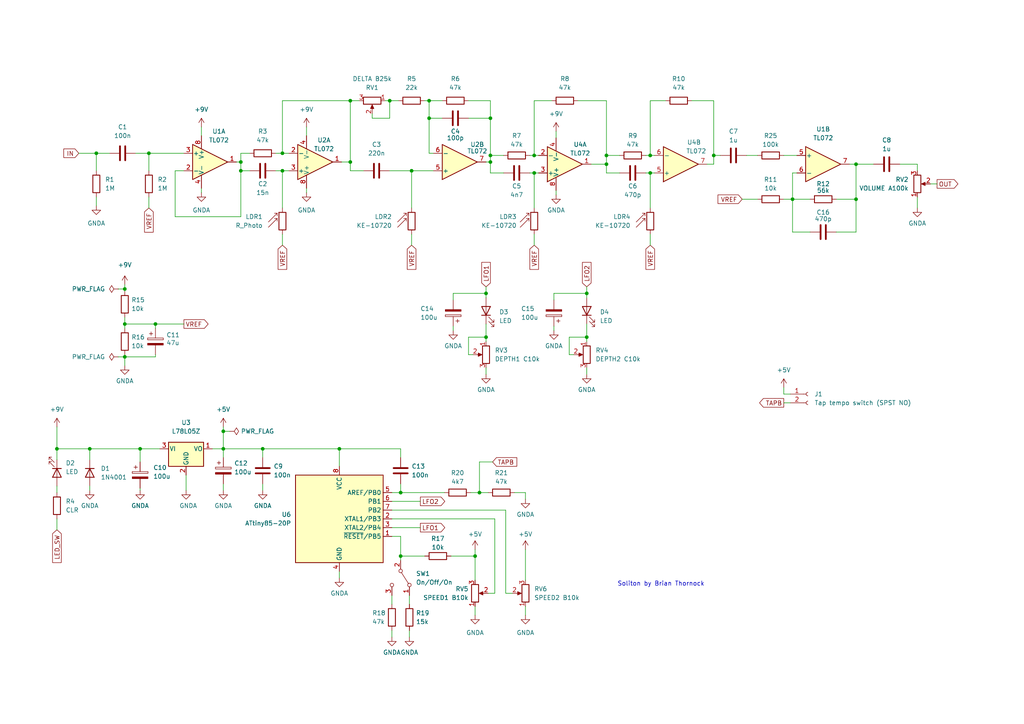
<source format=kicad_sch>
(kicad_sch (version 20211123) (generator eeschema)
  (paper "A4")
  (title_block (title "Soliton"))
  (lib_symbols
    (symbol "Amplifier_Operational:TL072" (pin_names (offset 0.127))
      (property "Reference" "U" (at 0 5.08 0))
      (property "Value" "TL072" (at 0 -5.08 0))
      (symbol "TL072_1_1"
        (polyline (pts (xy -5.08 5.08) (xy 5.08 0) (xy -5.08 -5.08) (xy -5.08 5.08)) (stroke (width 0.254)) (fill (type background)))
        (pin output line (at 7.62 0 180) (length 2.54) (name "~") (number "1"))
        (pin input line (at -7.62 -2.54 0) (length 2.54) (name "-") (number "2"))
        (pin input line (at -7.62 2.54 0) (length 2.54) (name "+") (number "3"))
      )
      (symbol "TL072_2_1"
        (polyline (pts (xy -5.08 5.08) (xy 5.08 0) (xy -5.08 -5.08) (xy -5.08 5.08)) (stroke (width 0.254)) (fill (type background)))
        (pin input line (at -7.62 2.54 0) (length 2.54) (name "+") (number "5"))
        (pin input line (at -7.62 -2.54 0) (length 2.54) (name "-") (number "6"))
        (pin output line (at 7.62 0 180) (length 2.54) (name "~") (number "7"))
      )
      (symbol "TL072_3_1"
        (pin power_in line (at -2.54 -7.62 90) (length 3.81) (name "V-") (number "4"))
        (pin power_in line (at -2.54 7.62 270) (length 3.81) (name "V+") (number "8"))
      )
    )
    (symbol "Connector:Conn_01x02_Female" (pin_names (offset 1.016) hide)
      (property "Reference" "J" (at 0 2.54 0))
      (property "Value" "Conn_01x02_Female" (at 0 -5.08 0))
      (symbol "Conn_01x02_Female_1_1"
        (arc (start 0 -2.032) (mid -0.508 -2.54) (end 0 -3.048) (stroke (width 0.1524)))
        (polyline (pts (xy -1.27 -2.54) (xy -0.508 -2.54)) (stroke (width 0.1524)))
        (polyline (pts (xy -1.27 0) (xy -0.508 0)) (stroke (width 0.1524)))
        (arc (start 0 0.508) (mid -0.508 0) (end 0 -0.508) (stroke (width 0.1524)))
        (pin passive line (at -5.08 0 0) (length 3.81) (name "Pin_1") (number "1"))
        (pin passive line (at -5.08 -2.54 0) (length 3.81) (name "Pin_2") (number "2"))
      )
    )
    (symbol "Device:C" (pin_numbers hide) (pin_names (offset 0.254))
      (property "Reference" "C" (at 0.635 2.54 0))
      (property "Value" "C" (at 0.635 -2.54 0))
      (symbol "C_0_1"
        (polyline (pts (xy -2.032 -0.762) (xy 2.032 -0.762)) (stroke (width 0.508)))
        (polyline (pts (xy -2.032 0.762) (xy 2.032 0.762)) (stroke (width 0.508)))
      )
      (symbol "C_1_1"
        (pin passive line (at 0 3.81 270) (length 2.794) (name "~") (number "1"))
        (pin passive line (at 0 -3.81 90) (length 2.794) (name "~") (number "2"))
      )
    )
    (symbol "Device:C_Polarized" (pin_numbers hide) (pin_names (offset 0.254))
      (property "Reference" "C" (at 0.635 2.54 0))
      (property "Value" "C_Polarized" (at 0.635 -2.54 0))
      (symbol "C_Polarized_0_1"
        (rectangle (start -2.286 0.508) (end 2.286 1.016))
        (polyline (pts (xy -1.778 2.286) (xy -0.762 2.286)))
        (polyline (pts (xy -1.27 2.794) (xy -1.27 1.778)))
        (rectangle (start 2.286 -0.508) (end -2.286 -1.016) (fill (type outline)))
      )
      (symbol "C_Polarized_1_1"
        (pin passive line (at 0 3.81 270) (length 2.794) (name "~") (number "1"))
        (pin passive line (at 0 -3.81 90) (length 2.794) (name "~") (number "2"))
      )
    )
    (symbol "Device:D" (pin_numbers hide) (pin_names (offset 1.016) hide)
      (property "Reference" "D" (at 0 2.54 0))
      (property "Value" "D" (at 0 -2.54 0))
      (symbol "D_0_1"
        (polyline (pts (xy -1.27 1.27) (xy -1.27 -1.27)) (stroke (width 0.254)))
        (polyline (pts (xy 1.27 0) (xy -1.27 0)))
        (polyline (pts (xy 1.27 1.27) (xy 1.27 -1.27) (xy -1.27 0) (xy 1.27 1.27)) (stroke (width 0.254)))
      )
      (symbol "D_1_1"
        (pin passive line (at -3.81 0 0) (length 2.54) (name "K") (number "1"))
        (pin passive line (at 3.81 0 180) (length 2.54) (name "A") (number "2"))
      )
    )
    (symbol "Device:LED" (pin_numbers hide) (pin_names (offset 1.016) hide)
      (property "Reference" "D" (at 0 2.54 0))
      (property "Value" "LED" (at 0 -2.54 0))
      (symbol "LED_0_1"
        (polyline (pts (xy -1.27 -1.27) (xy -1.27 1.27)) (stroke (width 0.254)))
        (polyline (pts (xy -1.27 0) (xy 1.27 0)))
        (polyline (pts (xy 1.27 -1.27) (xy 1.27 1.27) (xy -1.27 0) (xy 1.27 -1.27)) (stroke (width 0.254)))
        (polyline (pts (xy -3.048 -0.762) (xy -4.572 -2.286) (xy -3.81 -2.286) (xy -4.572 -2.286) (xy -4.572 -1.524)))
        (polyline (pts (xy -1.778 -0.762) (xy -3.302 -2.286) (xy -2.54 -2.286) (xy -3.302 -2.286) (xy -3.302 -1.524)))
      )
      (symbol "LED_1_1"
        (pin passive line (at -3.81 0 0) (length 2.54) (name "K") (number "1"))
        (pin passive line (at 3.81 0 180) (length 2.54) (name "A") (number "2"))
      )
    )
    (symbol "Device:R" (pin_numbers hide) (pin_names (offset 0))
      (property "Reference" "R" (at 2.032 0 90))
      (property "Value" "R" (at 0 0 90))
      (symbol "R_0_1"
        (rectangle (start -1.016 -2.54) (end 1.016 2.54) (stroke (width 0.254)))
      )
      (symbol "R_1_1"
        (pin passive line (at 0 3.81 270) (length 1.27) (name "~") (number "1"))
        (pin passive line (at 0 -3.81 90) (length 1.27) (name "~") (number "2"))
      )
    )
    (symbol "Device:R_Photo" (pin_numbers hide) (pin_names (offset 0))
      (property "Reference" "R" (at 1.27 1.27 0))
      (property "Value" "R_Photo" (at 1.27 0 0))
      (symbol "R_Photo_0_1"
        (rectangle (start -1.016 2.54) (end 1.016 -2.54) (stroke (width 0.254)))
        (polyline (pts (xy -1.524 -2.286) (xy -4.064 0.254)))
        (polyline (pts (xy -1.524 -2.286) (xy -2.286 -2.286)))
        (polyline (pts (xy -1.524 -2.286) (xy -1.524 -1.524)))
        (polyline (pts (xy -1.524 -0.762) (xy -4.064 1.778)))
        (polyline (pts (xy -1.524 -0.762) (xy -2.286 -0.762)))
        (polyline (pts (xy -1.524 -0.762) (xy -1.524 0)))
      )
      (symbol "R_Photo_1_1"
        (pin passive line (at 0 3.81 270) (length 1.27) (name "~") (number "1"))
        (pin passive line (at 0 -3.81 90) (length 1.27) (name "~") (number "2"))
      )
    )
    (symbol "Device:R_Potentiometer" (pin_names (offset 1.016) hide)
      (property "Reference" "RV" (at -4.445 0 90))
      (property "Value" "R_Potentiometer" (at -2.54 0 90))
      (symbol "R_Potentiometer_0_1"
        (polyline (pts (xy 2.54 0) (xy 1.524 0)))
        (polyline (pts (xy 1.143 0) (xy 2.286 0.508) (xy 2.286 -0.508) (xy 1.143 0)) (fill (type outline)))
        (rectangle (start 1.016 2.54) (end -1.016 -2.54) (stroke (width 0.254)))
      )
      (symbol "R_Potentiometer_1_1"
        (pin passive line (at 0 3.81 270) (length 1.27) (name "1") (number "1"))
        (pin passive line (at 3.81 0 180) (length 1.27) (name "2") (number "2"))
        (pin passive line (at 0 -3.81 90) (length 1.27) (name "3") (number "3"))
      )
    )
    (symbol "MCU_Microchip_ATtiny:ATtiny85-20P"
      (property "Reference" "U" (at -12.7 13.97 0))
      (property "Value" "ATtiny85-20P" (at 2.54 -13.97 0))
      (symbol "ATtiny85-20P_0_1"
        (rectangle (start -12.7 -12.7) (end 12.7 12.7) (stroke (width 0.254)) (fill (type background)))
      )
      (symbol "ATtiny85-20P_1_1"
        (pin bidirectional line (at 15.24 -5.08 180) (length 2.54) (name "~{RESET}/PB5") (number "1"))
        (pin bidirectional line (at 15.24 0 180) (length 2.54) (name "XTAL1/PB3") (number "2"))
        (pin bidirectional line (at 15.24 -2.54 180) (length 2.54) (name "XTAL2/PB4") (number "3"))
        (pin power_in line (at 0 -15.24 90) (length 2.54) (name "GND") (number "4"))
        (pin bidirectional line (at 15.24 7.62 180) (length 2.54) (name "AREF/PB0") (number "5"))
        (pin bidirectional line (at 15.24 5.08 180) (length 2.54) (name "PB1") (number "6"))
        (pin bidirectional line (at 15.24 2.54 180) (length 2.54) (name "PB2") (number "7"))
        (pin power_in line (at 0 15.24 270) (length 2.54) (name "VCC") (number "8"))
      )
    )
    (symbol "Regulator_Linear:L78L05_TO92" (pin_names (offset 0.254))
      (property "Reference" "U" (at -3.81 3.175 0))
      (property "Value" "L78L05_TO92" (at 0 3.175 0))
      (symbol "L78L05_TO92_0_1"
        (rectangle (start -5.08 -5.08) (end 5.08 1.905) (stroke (width 0.254)) (fill (type background)))
      )
      (symbol "L78L05_TO92_1_1"
        (pin power_out line (at 7.62 0 180) (length 2.54) (name "VO") (number "1"))
        (pin power_in line (at 0 -7.62 90) (length 2.54) (name "GND") (number "2"))
        (pin power_in line (at -7.62 0 0) (length 2.54) (name "VI") (number "3"))
      )
    )
    (symbol "Switch:SW_SPDT" (pin_names (offset 0) hide)
      (property "Reference" "SW" (at 0 4.318 0))
      (property "Value" "SW_SPDT" (at 0 -5.08 0))
      (symbol "SW_SPDT_0_0"
        (circle (center -2.032 0) (radius 0.508))
        (circle (center 2.032 -2.54) (radius 0.508))
      )
      (symbol "SW_SPDT_0_1"
        (polyline (pts (xy -1.524 0.254) (xy 1.651 2.286)))
        (circle (center 2.032 2.54) (radius 0.508))
      )
      (symbol "SW_SPDT_1_1"
        (pin passive line (at 5.08 2.54 180) (length 2.54) (name "A") (number "1"))
        (pin passive line (at -5.08 0 0) (length 2.54) (name "B") (number "2"))
        (pin passive line (at 5.08 -2.54 180) (length 2.54) (name "C") (number "3"))
      )
    )
    (symbol "power:+5V" (power) (pin_names (offset 0))
      (property "Value" "+5V" (at 0 3.556 0))
      (symbol "+5V_0_1"
        (polyline (pts (xy -0.762 1.27) (xy 0 2.54)))
        (polyline (pts (xy 0 0) (xy 0 2.54)))
        (polyline (pts (xy 0 2.54) (xy 0.762 1.27)))
      )
      (symbol "+5V_1_1"
        (pin power_in line (at 0 0 90) (length 0) hide (name "+5V") (number "1"))
      )
    )
    (symbol "power:+9V" (power) (pin_names (offset 0))
      (property "Value" "+9V" (at 0 3.556 0))
      (symbol "+9V_0_1"
        (polyline (pts (xy -0.762 1.27) (xy 0 2.54)))
        (polyline (pts (xy 0 0) (xy 0 2.54)))
        (polyline (pts (xy 0 2.54) (xy 0.762 1.27)))
      )
      (symbol "+9V_1_1"
        (pin power_in line (at 0 0 90) (length 0) hide (name "+9V") (number "1"))
      )
    )
    (symbol "power:GNDA" (power) (pin_names (offset 0))
      (property "Value" "GNDA" (at 0 -3.81 0))
      (symbol "GNDA_0_1"
        (polyline (pts (xy 0 0) (xy 0 -1.27) (xy 1.27 -1.27) (xy 0 -2.54) (xy -1.27 -1.27) (xy 0 -1.27)))
      )
      (symbol "GNDA_1_1"
        (pin power_in line (at 0 0 270) (length 0) hide (name "GNDA") (number "1"))
      )
    )
    (symbol "power:PWR_FLAG" (power) (pin_numbers hide) (pin_names (offset 0) hide)
      (property "Value" "PWR_FLAG" (at 0 3.81 0))
      (symbol "PWR_FLAG_0_0"
        (pin power_out line (at 0 0 90) (length 0) (name "pwr") (number "1"))
      )
      (symbol "PWR_FLAG_0_1"
        (polyline (pts (xy 0 0) (xy 0 1.27) (xy -1.016 1.905) (xy 0 2.54) (xy 1.016 1.905) (xy 0 1.27)))
      )
    )
  )
  (junction (at 229.87 57.785))
  (junction (at 175.895 47.625))
  (junction (at 188.595 45.085))
  (junction (at 101.6 29.21))
  (junction (at 140.97 85.09))
  (junction (at 139.065 142.875))
  (junction (at 124.46 29.21))
  (junction (at 119.38 49.53))
  (junction (at 64.77 130.175))
  (junction (at 248.285 47.625))
  (junction (at 76.2 130.175))
  (junction (at 248.285 57.785))
  (junction (at 170.18 85.09))
  (junction (at 16.51 130.175))
  (junction (at 142.24 34.29))
  (junction (at 116.205 161.29))
  (junction (at 98.425 130.175))
  (junction (at 69.85 46.99))
  (junction (at 116.205 142.875))
  (junction (at 207.01 45.085))
  (junction (at 154.94 50.165))
  (junction (at 175.895 45.085))
  (junction (at 113.03 29.21))
  (junction (at 137.795 161.29))
  (junction (at 124.46 34.29))
  (junction (at 27.94 44.45))
  (junction (at 81.915 49.53))
  (junction (at 140.97 97.79))
  (junction (at 43.18 44.45))
  (junction (at 45.085 93.98))
  (junction (at 188.595 50.165))
  (junction (at 36.195 103.505))
  (junction (at 81.915 44.45))
  (junction (at 36.195 83.82))
  (junction (at 69.85 49.53))
  (junction (at 142.24 46.99))
  (junction (at 64.77 125.095))
  (junction (at 170.18 97.79))
  (junction (at 142.24 45.085))
  (junction (at 154.94 45.085))
  (junction (at 40.64 130.175))
  (junction (at 101.6 46.99))
  (junction (at 36.195 93.98))
  (junction (at 26.035 130.175))
  (wire (pts (xy 81.915 49.53) (xy 83.82 49.53)))
  (wire (pts (xy 113.665 147.955) (xy 146.685 147.955)))
  (wire (pts (xy 124.46 29.21) (xy 128.27 29.21)))
  (wire (pts (xy 36.195 102.87) (xy 36.195 103.505)))
  (wire (pts (xy 69.85 46.99) (xy 69.85 44.45)))
  (wire (pts (xy 36.195 83.82) (xy 36.195 84.455)))
  (wire (pts (xy 153.67 45.085) (xy 154.94 45.085)))
  (wire (pts (xy 171.45 47.625) (xy 175.895 47.625)))
  (wire (pts (xy 64.77 140.335) (xy 64.77 142.24)))
  (wire (pts (xy 64.77 125.095) (xy 64.77 130.175)))
  (wire (pts (xy 188.595 67.945) (xy 188.595 71.12)))
  (wire (pts (xy 135.89 97.79) (xy 140.97 97.79)))
  (wire (pts (xy 69.85 62.865) (xy 69.85 49.53)))
  (wire (pts (xy 136.525 142.875) (xy 139.065 142.875)))
  (wire (pts (xy 98.425 130.175) (xy 76.2 130.175)))
  (wire (pts (xy 131.445 86.995) (xy 131.445 85.09)))
  (wire (pts (xy 137.16 102.87) (xy 135.89 102.87)))
  (wire (pts (xy 229.87 57.785) (xy 229.87 50.165)))
  (wire (pts (xy 125.73 44.45) (xy 124.46 44.45)))
  (wire (pts (xy 188.595 29.21) (xy 188.595 45.085)))
  (wire (pts (xy 153.67 50.165) (xy 154.94 50.165)))
  (wire (pts (xy 266.065 49.53) (xy 266.065 47.625)))
  (wire (pts (xy 36.195 93.98) (xy 36.195 92.075)))
  (wire (pts (xy 34.29 103.505) (xy 36.195 103.505)))
  (wire (pts (xy 143.51 150.495) (xy 113.665 150.495)))
  (wire (pts (xy 175.895 45.085) (xy 179.705 45.085)))
  (wire (pts (xy 105.41 49.53) (xy 101.6 49.53)))
  (wire (pts (xy 141.605 172.085) (xy 143.51 172.085)))
  (wire (pts (xy 116.205 142.875) (xy 116.205 140.335)))
  (wire (pts (xy 227.33 45.085) (xy 231.14 45.085)))
  (wire (pts (xy 124.46 44.45) (xy 124.46 34.29)))
  (wire (pts (xy 116.205 161.29) (xy 123.19 161.29)))
  (wire (pts (xy 193.04 29.21) (xy 188.595 29.21)))
  (wire (pts (xy 116.205 161.29) (xy 116.205 162.56)))
  (wire (pts (xy 187.325 45.085) (xy 188.595 45.085)))
  (wire (pts (xy 248.285 47.625) (xy 246.38 47.625)))
  (wire (pts (xy 229.87 67.31) (xy 229.87 57.785)))
  (wire (pts (xy 142.24 29.21) (xy 135.89 29.21)))
  (wire (pts (xy 142.24 34.29) (xy 142.24 29.21)))
  (wire (pts (xy 165.1 102.87) (xy 165.1 97.79)))
  (wire (pts (xy 170.18 85.09) (xy 170.18 86.36)))
  (wire (pts (xy 116.205 130.175) (xy 98.425 130.175)))
  (wire (pts (xy 40.64 141.605) (xy 40.64 142.24)))
  (wire (pts (xy 139.065 142.875) (xy 141.605 142.875)))
  (wire (pts (xy 34.29 83.82) (xy 36.195 83.82)))
  (wire (pts (xy 142.24 50.165) (xy 142.24 46.99)))
  (wire (pts (xy 139.065 133.985) (xy 139.065 142.875)))
  (wire (pts (xy 26.035 130.175) (xy 40.64 130.175)))
  (wire (pts (xy 101.6 46.99) (xy 99.06 46.99)))
  (wire (pts (xy 187.325 50.165) (xy 188.595 50.165)))
  (wire (pts (xy 101.6 29.21) (xy 104.14 29.21)))
  (wire (pts (xy 161.29 38.1) (xy 161.29 40.005)))
  (wire (pts (xy 40.64 130.175) (xy 40.64 133.985)))
  (wire (pts (xy 154.94 29.21) (xy 154.94 45.085)))
  (wire (pts (xy 170.18 93.98) (xy 170.18 97.79)))
  (wire (pts (xy 216.535 45.085) (xy 219.71 45.085)))
  (wire (pts (xy 207.01 29.21) (xy 207.01 45.085)))
  (wire (pts (xy 248.285 57.785) (xy 248.285 47.625)))
  (wire (pts (xy 160.655 94.615) (xy 160.655 95.885)))
  (wire (pts (xy 98.425 135.255) (xy 98.425 130.175)))
  (wire (pts (xy 27.94 44.45) (xy 31.75 44.45)))
  (wire (pts (xy 143.51 172.085) (xy 143.51 150.495)))
  (wire (pts (xy 140.97 97.79) (xy 140.97 99.06)))
  (wire (pts (xy 50.8 49.53) (xy 50.8 62.865)))
  (wire (pts (xy 36.195 82.55) (xy 36.195 83.82)))
  (wire (pts (xy 27.94 49.53) (xy 27.94 44.45)))
  (wire (pts (xy 207.01 45.085) (xy 207.01 47.625)))
  (wire (pts (xy 81.915 67.945) (xy 81.915 71.12)))
  (wire (pts (xy 26.035 140.97) (xy 26.035 142.24)))
  (wire (pts (xy 188.595 45.085) (xy 189.865 45.085)))
  (wire (pts (xy 170.18 106.68) (xy 170.18 108.585)))
  (wire (pts (xy 36.195 93.98) (xy 36.195 95.25)))
  (wire (pts (xy 234.95 67.31) (xy 229.87 67.31)))
  (wire (pts (xy 124.46 34.29) (xy 124.46 29.21)))
  (wire (pts (xy 137.795 175.895) (xy 137.795 178.435)))
  (wire (pts (xy 152.4 159.385) (xy 152.4 168.275)))
  (wire (pts (xy 165.1 97.79) (xy 170.18 97.79)))
  (wire (pts (xy 27.94 57.15) (xy 27.94 59.69)))
  (wire (pts (xy 140.97 106.68) (xy 140.97 108.585)))
  (wire (pts (xy 58.42 54.61) (xy 58.42 55.88)))
  (wire (pts (xy 248.285 67.31) (xy 248.285 57.785)))
  (wire (pts (xy 154.94 50.165) (xy 154.94 60.325)))
  (wire (pts (xy 53.34 93.98) (xy 45.085 93.98)))
  (wire (pts (xy 140.97 83.185) (xy 140.97 85.09)))
  (wire (pts (xy 53.34 49.53) (xy 50.8 49.53)))
  (wire (pts (xy 43.18 44.45) (xy 39.37 44.45)))
  (wire (pts (xy 76.2 140.335) (xy 76.2 142.24)))
  (wire (pts (xy 215.265 57.785) (xy 219.71 57.785)))
  (wire (pts (xy 227.33 112.395) (xy 227.33 114.3)))
  (wire (pts (xy 160.655 85.09) (xy 170.18 85.09)))
  (wire (pts (xy 81.915 44.45) (xy 83.82 44.45)))
  (wire (pts (xy 148.59 172.085) (xy 146.685 172.085)))
  (wire (pts (xy 160.655 86.995) (xy 160.655 85.09)))
  (wire (pts (xy 16.51 150.495) (xy 16.51 153.67)))
  (wire (pts (xy 167.64 29.21) (xy 175.895 29.21)))
  (wire (pts (xy 137.795 161.29) (xy 137.795 168.275)))
  (wire (pts (xy 154.94 67.945) (xy 154.94 71.12)))
  (wire (pts (xy 116.205 155.575) (xy 116.205 161.29)))
  (wire (pts (xy 119.38 67.945) (xy 119.38 71.12)))
  (wire (pts (xy 43.18 44.45) (xy 53.34 44.45)))
  (wire (pts (xy 130.81 161.29) (xy 137.795 161.29)))
  (wire (pts (xy 113.665 182.88) (xy 113.665 184.785)))
  (wire (pts (xy 207.01 47.625) (xy 205.105 47.625)))
  (wire (pts (xy 98.425 165.735) (xy 98.425 167.64)))
  (wire (pts (xy 43.18 57.15) (xy 43.18 60.325)))
  (wire (pts (xy 36.195 103.505) (xy 36.195 106.045)))
  (wire (pts (xy 107.95 34.29) (xy 113.03 34.29)))
  (wire (pts (xy 116.205 132.715) (xy 116.205 130.175)))
  (wire (pts (xy 50.8 62.865) (xy 69.85 62.865)))
  (wire (pts (xy 208.915 45.085) (xy 207.01 45.085)))
  (wire (pts (xy 113.665 172.72) (xy 113.665 175.26)))
  (wire (pts (xy 123.19 29.21) (xy 124.46 29.21)))
  (wire (pts (xy 248.285 47.625) (xy 253.365 47.625)))
  (wire (pts (xy 118.745 172.72) (xy 118.745 175.26)))
  (wire (pts (xy 170.18 97.79) (xy 170.18 99.06)))
  (wire (pts (xy 146.685 147.955) (xy 146.685 172.085)))
  (wire (pts (xy 16.51 130.175) (xy 26.035 130.175)))
  (wire (pts (xy 88.9 54.61) (xy 88.9 55.88)))
  (wire (pts (xy 140.97 85.09) (xy 140.97 86.36)))
  (wire (pts (xy 135.89 34.29) (xy 142.24 34.29)))
  (wire (pts (xy 137.795 159.385) (xy 137.795 161.29)))
  (wire (pts (xy 27.94 44.45) (xy 22.86 44.45)))
  (wire (pts (xy 45.085 102.87) (xy 45.085 103.505)))
  (wire (pts (xy 160.02 29.21) (xy 154.94 29.21)))
  (wire (pts (xy 16.51 123.825) (xy 16.51 130.175)))
  (wire (pts (xy 131.445 94.615) (xy 131.445 95.885)))
  (wire (pts (xy 152.4 142.875) (xy 149.225 142.875)))
  (wire (pts (xy 76.2 130.175) (xy 64.77 130.175)))
  (wire (pts (xy 64.77 125.095) (xy 66.675 125.095)))
  (wire (pts (xy 101.6 29.21) (xy 101.6 46.99)))
  (wire (pts (xy 119.38 49.53) (xy 125.73 49.53)))
  (wire (pts (xy 161.29 55.245) (xy 161.29 56.515)))
  (wire (pts (xy 119.38 49.53) (xy 119.38 60.325)))
  (wire (pts (xy 26.035 130.175) (xy 26.035 133.35)))
  (wire (pts (xy 152.4 175.895) (xy 152.4 178.435)))
  (wire (pts (xy 266.065 47.625) (xy 260.985 47.625)))
  (wire (pts (xy 16.51 130.175) (xy 16.51 133.35)))
  (wire (pts (xy 266.065 57.15) (xy 266.065 60.325)))
  (wire (pts (xy 142.24 45.085) (xy 146.05 45.085)))
  (wire (pts (xy 81.915 29.21) (xy 101.6 29.21)))
  (wire (pts (xy 80.01 49.53) (xy 81.915 49.53)))
  (wire (pts (xy 154.94 45.085) (xy 156.21 45.085)))
  (wire (pts (xy 64.77 123.825) (xy 64.77 125.095)))
  (wire (pts (xy 101.6 49.53) (xy 101.6 46.99)))
  (wire (pts (xy 269.875 53.34) (xy 271.78 53.34)))
  (wire (pts (xy 113.665 145.415) (xy 121.92 145.415)))
  (wire (pts (xy 146.05 50.165) (xy 142.24 50.165)))
  (wire (pts (xy 188.595 50.165) (xy 188.595 60.325)))
  (wire (pts (xy 179.705 50.165) (xy 175.895 50.165)))
  (wire (pts (xy 81.915 44.45) (xy 81.915 29.21)))
  (wire (pts (xy 116.205 155.575) (xy 113.665 155.575)))
  (wire (pts (xy 152.4 144.78) (xy 152.4 142.875)))
  (wire (pts (xy 170.18 83.185) (xy 170.18 85.09)))
  (wire (pts (xy 43.18 49.53) (xy 43.18 44.45)))
  (wire (pts (xy 69.85 49.53) (xy 69.85 46.99)))
  (wire (pts (xy 69.85 44.45) (xy 72.39 44.45)))
  (wire (pts (xy 81.915 49.53) (xy 81.915 60.325)))
  (wire (pts (xy 142.24 46.99) (xy 140.97 46.99)))
  (wire (pts (xy 69.85 49.53) (xy 72.39 49.53)))
  (wire (pts (xy 116.205 142.875) (xy 128.905 142.875)))
  (wire (pts (xy 76.2 130.175) (xy 76.2 132.715)))
  (wire (pts (xy 107.95 33.02) (xy 107.95 34.29)))
  (wire (pts (xy 16.51 140.97) (xy 16.51 142.875)))
  (wire (pts (xy 68.58 46.99) (xy 69.85 46.99)))
  (wire (pts (xy 175.895 29.21) (xy 175.895 45.085)))
  (wire (pts (xy 131.445 85.09) (xy 140.97 85.09)))
  (wire (pts (xy 113.03 49.53) (xy 119.38 49.53)))
  (wire (pts (xy 175.895 45.085) (xy 175.895 47.625)))
  (wire (pts (xy 113.665 142.875) (xy 116.205 142.875)))
  (wire (pts (xy 118.745 182.88) (xy 118.745 184.785)))
  (wire (pts (xy 113.03 34.29) (xy 113.03 29.21)))
  (wire (pts (xy 188.595 50.165) (xy 189.865 50.165)))
  (wire (pts (xy 140.97 93.98) (xy 140.97 97.79)))
  (wire (pts (xy 53.975 137.795) (xy 53.975 142.24)))
  (wire (pts (xy 227.33 116.84) (xy 229.235 116.84)))
  (wire (pts (xy 88.9 36.83) (xy 88.9 39.37)))
  (wire (pts (xy 46.355 130.175) (xy 40.64 130.175)))
  (wire (pts (xy 135.89 102.87) (xy 135.89 97.79)))
  (wire (pts (xy 113.03 29.21) (xy 115.57 29.21)))
  (wire (pts (xy 45.085 103.505) (xy 36.195 103.505)))
  (wire (pts (xy 200.66 29.21) (xy 207.01 29.21)))
  (wire (pts (xy 229.87 50.165) (xy 231.14 50.165)))
  (wire (pts (xy 166.37 102.87) (xy 165.1 102.87)))
  (wire (pts (xy 242.57 67.31) (xy 248.285 67.31)))
  (wire (pts (xy 80.01 44.45) (xy 81.915 44.45)))
  (wire (pts (xy 142.875 133.985) (xy 139.065 133.985)))
  (wire (pts (xy 64.77 132.715) (xy 64.77 130.175)))
  (wire (pts (xy 142.24 34.29) (xy 142.24 45.085)))
  (wire (pts (xy 227.33 57.785) (xy 229.87 57.785)))
  (wire (pts (xy 64.77 130.175) (xy 61.595 130.175)))
  (wire (pts (xy 142.24 45.085) (xy 142.24 46.99)))
  (wire (pts (xy 111.76 29.21) (xy 113.03 29.21)))
  (wire (pts (xy 227.33 114.3) (xy 229.235 114.3)))
  (wire (pts (xy 242.57 57.785) (xy 248.285 57.785)))
  (wire (pts (xy 154.94 50.165) (xy 156.21 50.165)))
  (wire (pts (xy 175.895 47.625) (xy 175.895 50.165)))
  (wire (pts (xy 58.42 36.83) (xy 58.42 39.37)))
  (wire (pts (xy 113.665 153.035) (xy 121.92 153.035)))
  (wire (pts (xy 45.085 95.25) (xy 45.085 93.98)))
  (wire (pts (xy 45.085 93.98) (xy 36.195 93.98)))
  (wire (pts (xy 124.46 34.29) (xy 128.27 34.29)))
  (wire (pts (xy 234.95 57.785) (xy 229.87 57.785)))
  (text "Soliton by Brian Thornock" (at 179.07 170.18 0) (effects (font (size 1.27 1.27)) (justify left bottom)))
  (global_label "VREF" (shape input) (at 154.94 71.12 270) (property "Intersheet References" "${INTERSHEET_REFS}" (effects hide)))
  (global_label "LED_SW" (shape input) (at 16.51 153.67 270) (property "Intersheet References" "${INTERSHEET_REFS}" (effects hide)))
  (global_label "VREF" (shape input) (at 188.595 71.12 270) (property "Intersheet References" "${INTERSHEET_REFS}" (effects hide)))
  (global_label "VREF" (shape input) (at 119.38 71.12 270) (property "Intersheet References" "${INTERSHEET_REFS}" (effects hide)))
  (global_label "OUT" (shape output) (at 271.78 53.34 0) (property "Intersheet References" "${INTERSHEET_REFS}" (effects hide)))
  (global_label "LFO1" (shape input) (at 140.97 83.185 90) (property "Intersheet References" "${INTERSHEET_REFS}" (effects hide)))
  (global_label "VREF" (shape output) (at 53.34 93.98 0) (property "Intersheet References" "${INTERSHEET_REFS}" (effects hide)))
  (global_label "VREF" (shape input) (at 43.18 60.325 270) (property "Intersheet References" "${INTERSHEET_REFS}" (effects hide)))
  (global_label "VREF" (shape input) (at 215.265 57.785 180) (property "Intersheet References" "${INTERSHEET_REFS}" (effects hide)))
  (global_label "IN" (shape input) (at 22.86 44.45 180) (property "Intersheet References" "${INTERSHEET_REFS}" (effects hide)))
  (global_label "LFO2" (shape output) (at 121.92 145.415 0) (property "Intersheet References" "${INTERSHEET_REFS}" (effects hide)))
  (global_label "LFO2" (shape input) (at 170.18 83.185 90) (property "Intersheet References" "${INTERSHEET_REFS}" (effects hide)))
  (global_label "TAPB" (shape input) (at 142.875 133.985 0) (property "Intersheet References" "${INTERSHEET_REFS}" (effects hide)))
  (global_label "TAPB" (shape output) (at 227.33 116.84 180) (property "Intersheet References" "${INTERSHEET_REFS}" (effects hide)))
  (global_label "VREF" (shape input) (at 81.915 71.12 270) (property "Intersheet References" "${INTERSHEET_REFS}" (effects hide)))
  (global_label "LFO1" (shape output) (at 121.92 153.035 0) (property "Intersheet References" "${INTERSHEET_REFS}" (effects hide)))
  (symbol (lib_id "power:+9V") (at 88.9 36.83 0) (unit 1)
    (property "Reference" "#PWR013" (effects hide))
    (property "Value" "+9V" (at 88.9 31.75 0))
  )
  (symbol (lib_id "power:+5V") (at 152.4 159.385 0) (unit 1)
    (property "Reference" "#PWR023" (effects hide))
    (property "Value" "+5V" (at 152.4 154.94 0))
  )
  (symbol (lib_id "Device:C_Polarized") (at 40.64 137.795 0) (unit 1)
    (property "Reference" "C10" (at 44.45 135.6359 0) (effects (justify left)))
    (property "Value" "100u" (at 44.45 138.1759 0) (effects (justify left)))
  )
  (symbol (lib_id "Device:C_Polarized") (at 160.655 90.805 180) (unit 1)
    (property "Reference" "C15" (at 151.13 89.535 0) (effects (justify right)))
    (property "Value" "100u" (at 151.13 92.075 0) (effects (justify right)))
  )
  (symbol (lib_id "Device:R_Potentiometer") (at 140.97 102.87 0) (mirror y) (unit 1)
    (property "Reference" "RV3" (at 143.51 101.5999 0) (effects (justify right)))
    (property "Value" "DEPTH1 C10k" (at 143.51 104.1399 0) (effects (justify right)))
  )
  (symbol (lib_id "power:GNDA") (at 113.665 184.785 0) (unit 1)
    (property "Reference" "#PWR016" (effects hide))
    (property "Value" "GNDA" (at 113.665 189.23 0))
  )
  (symbol (lib_id "power:GNDA") (at 98.425 167.64 0) (unit 1)
    (property "Reference" "#PWR015" (effects hide))
    (property "Value" "GNDA" (at 98.425 172.085 0))
  )
  (symbol (lib_id "Device:R") (at 119.38 29.21 90) (unit 1)
    (property "Reference" "R5" (at 119.38 22.86 90))
    (property "Value" "22k" (at 119.38 25.4 90))
  )
  (symbol (lib_id "power:GNDA") (at 266.065 60.325 0) (unit 1)
    (property "Reference" "#PWR030" (effects hide))
    (property "Value" "GNDA" (at 266.065 64.77 0))
  )
  (symbol (lib_id "Regulator_Linear:L78L05_TO92") (at 53.975 130.175 0) (unit 1)
    (property "Reference" "U3" (at 53.975 122.555 0))
    (property "Value" "L78L05Z" (at 53.975 125.095 0))
    (property "Footprint" "Package_TO_SOT_THT:TO-92_Inline" (effects hide))
    (property "Datasheet" "http://www.st.com/content/ccc/resource/technical/document/datasheet/15/55/e5/aa/23/5b/43/fd/CD00000446.pdf/files/CD00000446.pdf/jcr:content/translations/en.CD00000446.pdf" (effects hide))
  )
  (symbol (lib_id "Device:R") (at 127 161.29 90) (unit 1)
    (property "Reference" "R17" (at 127 156.21 90))
    (property "Value" "10k" (at 127 158.75 90))
  )
  (symbol (lib_id "Device:R") (at 223.52 57.785 90) (unit 1)
    (property "Reference" "R11" (at 223.52 52.07 90))
    (property "Value" "10k" (at 223.52 54.61 90))
  )
  (symbol (lib_id "power:GNDA") (at 170.18 108.585 0) (unit 1)
    (property "Reference" "#PWR028" (effects hide))
    (property "Value" "GNDA" (at 170.18 113.03 0))
  )
  (symbol (lib_id "Device:C") (at 76.2 49.53 270) (unit 1)
    (property "Reference" "C2" (at 76.2 53.34 90))
    (property "Value" "15n" (at 76.2 55.88 90))
  )
  (symbol (lib_id "Device:R_Potentiometer") (at 152.4 172.085 180) (unit 1)
    (property "Reference" "RV6" (at 154.94 170.8149 0) (effects (justify right)))
    (property "Value" "SPEED2 B10k" (at 154.94 173.3549 0) (effects (justify right)))
  )
  (symbol (lib_id "power:GNDA") (at 53.975 142.24 0) (unit 1)
    (property "Reference" "#PWR07" (effects hide))
    (property "Value" "GNDA" (at 54.61 146.685 0))
  )
  (symbol (lib_id "power:GNDA") (at 27.94 59.69 0) (unit 1)
    (property "Reference" "#PWR03" (effects hide))
    (property "Value" "GNDA" (at 27.94 64.77 0))
  )
  (symbol (lib_id "Device:R_Potentiometer") (at 107.95 29.21 270) (unit 1)
    (property "Reference" "RV1" (at 107.95 25.4 90))
    (property "Value" "DELTA B25k" (at 107.95 22.86 90))
  )
  (symbol (lib_id "Device:R") (at 145.415 142.875 90) (unit 1)
    (property "Reference" "R21" (at 145.415 137.16 90))
    (property "Value" "47k" (at 145.415 139.7 90))
  )
  (symbol (lib_id "Device:D") (at 26.035 137.16 270) (unit 1)
    (property "Reference" "D1" (at 29.21 135.8899 90) (effects (justify left)))
    (property "Value" "1N4001" (at 29.21 138.4299 90) (effects (justify left)))
  )
  (symbol (lib_id "power:GNDA") (at 40.64 142.24 0) (unit 1)
    (property "Reference" "#PWR06" (effects hide))
    (property "Value" "GNDA" (at 40.64 146.685 0))
  )
  (symbol (lib_id "power:GNDA") (at 118.745 184.785 0) (unit 1)
    (property "Reference" "#PWR017" (effects hide))
    (property "Value" "GNDA" (at 118.745 189.23 0))
  )
  (symbol (lib_id "Device:R") (at 113.665 179.07 0) (unit 1)
    (property "Reference" "R18" (at 107.95 177.8 0) (effects (justify left)))
    (property "Value" "47k" (at 107.95 180.34 0) (effects (justify left)))
  )
  (symbol (lib_id "Amplifier_Operational:TL072") (at 91.44 46.99 0) (mirror x) (unit 3)
    (property "Reference" "U2" (effects hide))
    (property "Value" "TL072" (effects hide))
    (property "Datasheet" "http://www.ti.com/lit/ds/symlink/tl071.pdf" (effects hide))
  )
  (symbol (lib_id "Device:R") (at 238.76 57.785 90) (unit 1)
    (property "Reference" "R12" (at 238.76 53.34 90))
    (property "Value" "56k" (at 238.76 55.245 90))
  )
  (symbol (lib_id "power:PWR_FLAG") (at 34.29 83.82 90) (unit 1)
    (property "Reference" "#FLG?" (effects hide))
    (property "Value" "PWR_FLAG" (at 30.48 83.8199 90) (effects (justify left)))
  )
  (symbol (lib_id "Device:LED") (at 140.97 90.17 90) (unit 1)
    (property "Reference" "D3" (at 144.78 90.4874 90) (effects (justify right)))
    (property "Value" "LED" (at 144.78 93.0274 90) (effects (justify right)))
  )
  (symbol (lib_id "Device:R") (at 132.08 29.21 90) (unit 1)
    (property "Reference" "R6" (at 132.08 22.86 90))
    (property "Value" "47k" (at 132.08 25.4 90))
  )
  (symbol (lib_id "Device:R") (at 163.83 29.21 90) (unit 1)
    (property "Reference" "R8" (at 163.83 22.86 90))
    (property "Value" "47k" (at 163.83 25.4 90))
  )
  (symbol (lib_id "Device:C_Polarized") (at 131.445 90.805 180) (unit 1)
    (property "Reference" "C14" (at 121.92 89.535 0) (effects (justify right)))
    (property "Value" "100u" (at 121.92 92.075 0) (effects (justify right)))
  )
  (symbol (lib_id "power:GNDA") (at 88.9 55.88 0) (unit 1)
    (property "Reference" "#PWR014" (effects hide))
    (property "Value" "GNDA" (at 88.9 60.96 0))
  )
  (symbol (lib_id "power:+9V") (at 16.51 123.825 0) (unit 1)
    (property "Reference" "#PWR01" (effects hide))
    (property "Value" "+9V" (at 16.51 118.745 0))
  )
  (symbol (lib_id "Device:LED") (at 16.51 137.16 270) (unit 1)
    (property "Reference" "D2" (at 19.05 134.3024 90) (effects (justify left)))
    (property "Value" "LED" (at 19.05 136.8424 90) (effects (justify left)))
  )
  (symbol (lib_id "Amplifier_Operational:TL072") (at 60.96 46.99 0) (unit 1)
    (property "Reference" "U1" (at 63.5 38.1 0))
    (property "Value" "TL072" (at 63.5 40.64 0))
    (property "Datasheet" "http://www.ti.com/lit/ds/symlink/tl071.pdf" (effects hide))
  )
  (symbol (lib_id "Device:R_Photo") (at 188.595 64.135 0) (mirror x) (unit 1)
    (property "Reference" "LDR4" (at 182.88 62.8649 0) (effects (justify right)))
    (property "Value" "KE-10720" (at 182.88 65.4049 0) (effects (justify right)))
  )
  (symbol (lib_id "power:PWR_FLAG") (at 34.29 103.505 90) (unit 1)
    (property "Reference" "#FLG?" (effects hide))
    (property "Value" "PWR_FLAG" (at 30.48 103.5049 90) (effects (justify left)))
  )
  (symbol (lib_id "power:GNDA") (at 131.445 95.885 0) (unit 1)
    (property "Reference" "#PWR018" (effects hide))
    (property "Value" "GNDA" (at 131.445 100.33 0))
  )
  (symbol (lib_id "Device:C_Polarized") (at 64.77 136.525 0) (unit 1)
    (property "Reference" "C12" (at 67.945 134.3659 0) (effects (justify left)))
    (property "Value" "100u" (at 67.945 136.9059 0) (effects (justify left)))
  )
  (symbol (lib_id "Device:R") (at 43.18 53.34 0) (unit 1)
    (property "Reference" "R2" (at 45.72 52.0699 0) (effects (justify left)))
    (property "Value" "1M" (at 45.72 54.6099 0) (effects (justify left)))
  )
  (symbol (lib_id "Device:C") (at 116.205 136.525 0) (unit 1)
    (property "Reference" "C13" (at 119.38 135.2549 0) (effects (justify left)))
    (property "Value" "100n" (at 119.38 137.7949 0) (effects (justify left)))
  )
  (symbol (lib_id "Device:R_Photo") (at 154.94 64.135 0) (mirror x) (unit 1)
    (property "Reference" "LDR3" (at 149.86 62.8649 0) (effects (justify right)))
    (property "Value" "KE-10720" (at 149.86 65.4049 0) (effects (justify right)))
  )
  (symbol (lib_id "power:+9V") (at 58.42 36.83 0) (unit 1)
    (property "Reference" "#PWR08" (effects hide))
    (property "Value" "+9V" (at 58.42 31.75 0))
  )
  (symbol (lib_id "Device:R") (at 196.85 29.21 90) (unit 1)
    (property "Reference" "R10" (at 196.85 22.86 90))
    (property "Value" "47k" (at 196.85 25.4 90))
  )
  (symbol (lib_id "power:GNDA") (at 152.4 178.435 0) (unit 1)
    (property "Reference" "#PWR024" (effects hide))
    (property "Value" "GNDA" (at 152.4 183.515 0))
  )
  (symbol (lib_id "Device:R") (at 223.52 45.085 270) (unit 1)
    (property "Reference" "R25" (at 223.52 39.37 90))
    (property "Value" "100k" (at 223.52 41.91 90))
  )
  (symbol (lib_id "Connector:Conn_01x02_Female") (at 234.315 114.3 0) (unit 1)
    (property "Reference" "J1" (at 236.22 114.2999 0) (effects (justify left)))
    (property "Value" "Tap tempo switch (SPST NO)" (at 236.22 116.8399 0) (effects (justify left)))
  )
  (symbol (lib_id "power:GNDA") (at 26.035 142.24 0) (unit 1)
    (property "Reference" "#PWR02" (effects hide))
    (property "Value" "GNDA" (at 26.035 146.685 0))
  )
  (symbol (lib_id "Device:C") (at 257.175 47.625 90) (unit 1)
    (property "Reference" "C8" (at 257.175 40.64 90))
    (property "Value" "1u" (at 257.175 43.18 90))
  )
  (symbol (lib_id "power:PWR_FLAG") (at 66.675 125.095 270) (unit 1)
    (property "Reference" "#FLG?" (effects hide))
    (property "Value" "PWR_FLAG" (at 69.85 125.0949 90) (effects (justify left)))
  )
  (symbol (lib_id "Amplifier_Operational:TL072") (at 197.485 47.625 0) (mirror x) (unit 2)
    (property "Reference" "U4" (at 201.295 41.275 0))
    (property "Value" "TL072" (at 201.93 43.815 0))
    (property "Datasheet" "http://www.ti.com/lit/ds/symlink/tl071.pdf" (effects hide))
  )
  (symbol (lib_id "Amplifier_Operational:TL072") (at 238.76 47.625 0) (unit 2)
    (property "Reference" "U1" (at 238.76 37.465 0))
    (property "Value" "TL072" (at 238.76 40.005 0))
    (property "Datasheet" "http://www.ti.com/lit/ds/symlink/tl071.pdf" (effects hide))
  )
  (symbol (lib_id "Device:C") (at 35.56 44.45 90) (unit 1)
    (property "Reference" "C1" (at 35.56 36.83 90))
    (property "Value" "100n" (at 35.56 39.37 90))
  )
  (symbol (lib_id "Device:R") (at 27.94 53.34 0) (unit 1)
    (property "Reference" "R1" (at 30.48 52.0699 0) (effects (justify left)))
    (property "Value" "1M" (at 30.48 54.6099 0) (effects (justify left)))
  )
  (symbol (lib_id "power:GNDA") (at 36.195 106.045 0) (unit 1)
    (property "Reference" "#PWR05" (effects hide))
    (property "Value" "GNDA" (at 36.195 110.49 0))
  )
  (symbol (lib_id "power:+9V") (at 36.195 82.55 0) (unit 1)
    (property "Reference" "#PWR04" (effects hide))
    (property "Value" "+9V" (at 36.195 76.835 0))
  )
  (symbol (lib_id "Device:R") (at 118.745 179.07 0) (unit 1)
    (property "Reference" "R19" (at 120.65 177.7999 0) (effects (justify left)))
    (property "Value" "15k" (at 120.65 180.3399 0) (effects (justify left)))
  )
  (symbol (lib_id "power:GNDA") (at 58.42 55.88 0) (unit 1)
    (property "Reference" "#PWR09" (effects hide))
    (property "Value" "GNDA" (at 58.42 60.96 0))
  )
  (symbol (lib_id "Device:C_Polarized") (at 45.085 99.06 0) (unit 1)
    (property "Reference" "C11" (at 48.26 97.155 0) (effects (justify left)))
    (property "Value" "47u" (at 48.26 99.4409 0) (effects (justify left)))
  )
  (symbol (lib_id "power:+5V") (at 137.795 159.385 0) (unit 1)
    (property "Reference" "#PWR019" (effects hide))
    (property "Value" "+5V" (at 137.795 154.94 0))
  )
  (symbol (lib_id "Device:C") (at 76.2 136.525 0) (unit 1)
    (property "Reference" "C9" (at 79.375 135.2549 0) (effects (justify left)))
    (property "Value" "100n" (at 79.375 137.7949 0) (effects (justify left)))
  )
  (symbol (lib_id "Device:R") (at 76.2 44.45 90) (unit 1)
    (property "Reference" "R3" (at 76.2 38.1 90))
    (property "Value" "47k" (at 76.2 40.64 90))
  )
  (symbol (lib_id "Device:R") (at 16.51 146.685 0) (unit 1)
    (property "Reference" "R4" (at 19.05 145.4149 0) (effects (justify left)))
    (property "Value" "CLR" (at 19.05 147.9549 0) (effects (justify left)))
  )
  (symbol (lib_id "Device:C") (at 149.86 50.165 90) (unit 1)
    (property "Reference" "C5" (at 149.86 53.975 90))
    (property "Value" "4n7" (at 149.86 56.515 90))
  )
  (symbol (lib_id "power:GNDA") (at 64.77 142.24 0) (unit 1)
    (property "Reference" "#PWR011" (effects hide))
    (property "Value" "GNDA" (at 64.77 146.685 0))
  )
  (symbol (lib_id "power:GNDA") (at 137.795 178.435 0) (mirror y) (unit 1)
    (property "Reference" "#PWR020" (effects hide))
    (property "Value" "GNDA" (at 137.795 183.515 0))
  )
  (symbol (lib_id "Device:C") (at 183.515 50.165 90) (unit 1)
    (property "Reference" "C6" (at 183.515 53.975 90))
    (property "Value" "470p" (at 183.515 56.515 90))
  )
  (symbol (lib_id "Amplifier_Operational:TL072") (at 91.44 46.99 0) (mirror x) (unit 1)
    (property "Reference" "U2" (at 93.98 40.64 0))
    (property "Value" "TL072" (at 93.98 43.18 0))
    (property "Datasheet" "http://www.ti.com/lit/ds/symlink/tl071.pdf" (effects hide))
  )
  (symbol (lib_id "Device:C") (at 109.22 49.53 90) (unit 1)
    (property "Reference" "C3" (at 109.22 41.91 90))
    (property "Value" "220n" (at 109.22 44.45 90))
  )
  (symbol (lib_id "Device:R") (at 36.195 99.06 0) (unit 1)
    (property "Reference" "R16" (at 38.1 97.7899 0) (effects (justify left)))
    (property "Value" "10k" (at 38.1 100.3299 0) (effects (justify left)))
  )
  (symbol (lib_id "Device:R_Potentiometer") (at 137.795 172.085 0) (mirror x) (unit 1)
    (property "Reference" "RV5" (at 135.89 170.8149 0) (effects (justify right)))
    (property "Value" "SPEED1 B10k" (at 135.89 173.3549 0) (effects (justify right)))
  )
  (symbol (lib_id "Device:R_Photo") (at 119.38 64.135 0) (mirror x) (unit 1)
    (property "Reference" "LDR2" (at 113.665 62.8649 0) (effects (justify right)))
    (property "Value" "KE-10720" (at 113.665 65.4049 0) (effects (justify right)))
  )
  (symbol (lib_id "Device:R_Potentiometer") (at 170.18 102.87 0) (mirror y) (unit 1)
    (property "Reference" "RV4" (at 172.72 101.5999 0) (effects (justify right)))
    (property "Value" "DEPTH2 C10k" (at 172.72 104.1399 0) (effects (justify right)))
  )
  (symbol (lib_id "power:+9V") (at 161.29 38.1 0) (unit 1)
    (property "Reference" "#PWR026" (effects hide))
    (property "Value" "+9V" (at 161.29 33.02 0))
  )
  (symbol (lib_id "Device:R_Potentiometer") (at 266.065 53.34 0) (mirror x) (unit 1)
    (property "Reference" "RV2" (at 263.525 52.0699 0) (effects (justify right)))
    (property "Value" "VOLUME A100k" (at 263.525 54.6099 0) (effects (justify right)))
  )
  (symbol (lib_id "Device:R") (at 132.715 142.875 90) (unit 1)
    (property "Reference" "R20" (at 132.715 137.16 90))
    (property "Value" "4k7" (at 132.715 139.7 90))
  )
  (symbol (lib_id "Device:R") (at 36.195 88.265 0) (unit 1)
    (property "Reference" "R15" (at 38.1 86.9949 0) (effects (justify left)))
    (property "Value" "10k" (at 38.1 89.5349 0) (effects (justify left)))
  )
  (symbol (lib_id "MCU_Microchip_ATtiny:ATtiny85-20P") (at 98.425 150.495 0) (unit 1)
    (property "Reference" "U6" (at 84.455 149.2249 0) (effects (justify right)))
    (property "Value" "ATtiny85-20P" (at 84.455 151.7649 0) (effects (justify right)))
    (property "Footprint" "Package_DIP:DIP-8_W7.62mm" (effects hide))
    (property "Datasheet" "http://ww1.microchip.com/downloads/en/DeviceDoc/atmel-2586-avr-8-bit-microcontroller-attiny25-attiny45-attiny85_datasheet.pdf" (effects hide))
  )
  (symbol (lib_id "Device:C") (at 238.76 67.31 90) (unit 1)
    (property "Reference" "C16" (at 238.76 61.595 90))
    (property "Value" "470p" (at 238.76 63.5 90))
  )
  (symbol (lib_id "Amplifier_Operational:TL072") (at 163.83 47.625 0) (mirror x) (unit 1)
    (property "Reference" "U4" (at 168.275 41.91 0))
    (property "Value" "TL072" (at 168.275 44.45 0))
    (property "Datasheet" "http://www.ti.com/lit/ds/symlink/tl071.pdf" (effects hide))
  )
  (symbol (lib_id "power:GNDA") (at 152.4 144.78 0) (unit 1)
    (property "Reference" "#PWR022" (effects hide))
    (property "Value" "GNDA" (at 152.4 149.225 0))
  )
  (symbol (lib_id "Amplifier_Operational:TL072") (at 163.83 47.625 0) (mirror x) (unit 3)
    (property "Reference" "U4" (effects hide))
    (property "Value" "TL072" (effects hide))
    (property "Datasheet" "http://www.ti.com/lit/ds/symlink/tl071.pdf" (effects hide))
  )
  (symbol (lib_id "power:GNDA") (at 160.655 95.885 0) (unit 1)
    (property "Reference" "#PWR025" (effects hide))
    (property "Value" "GNDA" (at 160.655 100.33 0))
  )
  (symbol (lib_id "Device:R_Photo") (at 81.915 64.135 0) (mirror x) (unit 1)
    (property "Reference" "LDR1" (at 76.2 62.8649 0) (effects (justify right)))
    (property "Value" "R_Photo" (at 76.2 65.4049 0) (effects (justify right)))
  )
  (symbol (lib_id "power:+5V") (at 227.33 112.395 0) (unit 1)
    (property "Reference" "#PWR029" (effects hide))
    (property "Value" "+5V" (at 227.33 107.315 0))
  )
  (symbol (lib_id "Device:C") (at 212.725 45.085 90) (unit 1)
    (property "Reference" "C7" (at 212.725 38.1 90))
    (property "Value" "1u" (at 212.725 40.64 90))
  )
  (symbol (lib_id "power:GNDA") (at 161.29 56.515 0) (unit 1)
    (property "Reference" "#PWR027" (effects hide))
    (property "Value" "GNDA" (at 161.29 60.96 0))
  )
  (symbol (lib_id "power:GNDA") (at 140.97 108.585 0) (unit 1)
    (property "Reference" "#PWR021" (effects hide))
    (property "Value" "GNDA" (at 140.97 113.03 0))
  )
  (symbol (lib_id "Device:LED") (at 170.18 90.17 90) (unit 1)
    (property "Reference" "D4" (at 173.99 90.4874 90) (effects (justify right)))
    (property "Value" "LED" (at 173.99 93.0274 90) (effects (justify right)))
  )
  (symbol (lib_id "Switch:SW_SPDT") (at 116.205 167.64 270) (unit 1)
    (property "Reference" "SW1" (at 120.65 166.3699 90) (effects (justify left)))
    (property "Value" "On/Off/On" (at 120.65 168.9099 90) (effects (justify left)))
  )
  (symbol (lib_id "Amplifier_Operational:TL072") (at 60.96 46.99 0) (unit 3)
    (property "Reference" "U5" (effects hide))
    (property "Value" "TL072" (effects hide))
    (property "Datasheet" "http://www.ti.com/lit/ds/symlink/tl071.pdf" (effects hide))
  )
  (symbol (lib_id "Device:R") (at 149.86 45.085 90) (unit 1)
    (property "Reference" "R7" (at 149.86 39.37 90))
    (property "Value" "47k" (at 149.86 41.91 90))
  )
  (symbol (lib_id "Amplifier_Operational:TL072") (at 133.35 46.99 0) (mirror x) (unit 2)
    (property "Reference" "U2" (at 138.43 41.91 0))
    (property "Value" "TL072" (at 138.43 43.815 0))
    (property "Datasheet" "http://www.ti.com/lit/ds/symlink/tl071.pdf" (effects hide))
  )
  (symbol (lib_id "power:GNDA") (at 76.2 142.24 0) (unit 1)
    (property "Reference" "#PWR012" (effects hide))
    (property "Value" "GNDA" (at 76.2 146.685 0))
  )
  (symbol (lib_id "Device:C") (at 132.08 34.29 90) (unit 1)
    (property "Reference" "C4" (at 132.08 38.1 90))
    (property "Value" "100p" (at 132.08 40.005 90))
  )
  (symbol (lib_id "Device:R") (at 183.515 45.085 90) (unit 1)
    (property "Reference" "R9" (at 183.515 39.37 90))
    (property "Value" "47k" (at 183.515 41.91 90))
  )
  (symbol (lib_id "power:+5V") (at 64.77 123.825 0) (unit 1)
    (property "Reference" "#PWR010" (effects hide))
    (property "Value" "+5V" (at 64.77 118.745 0))
  )
)
</source>
